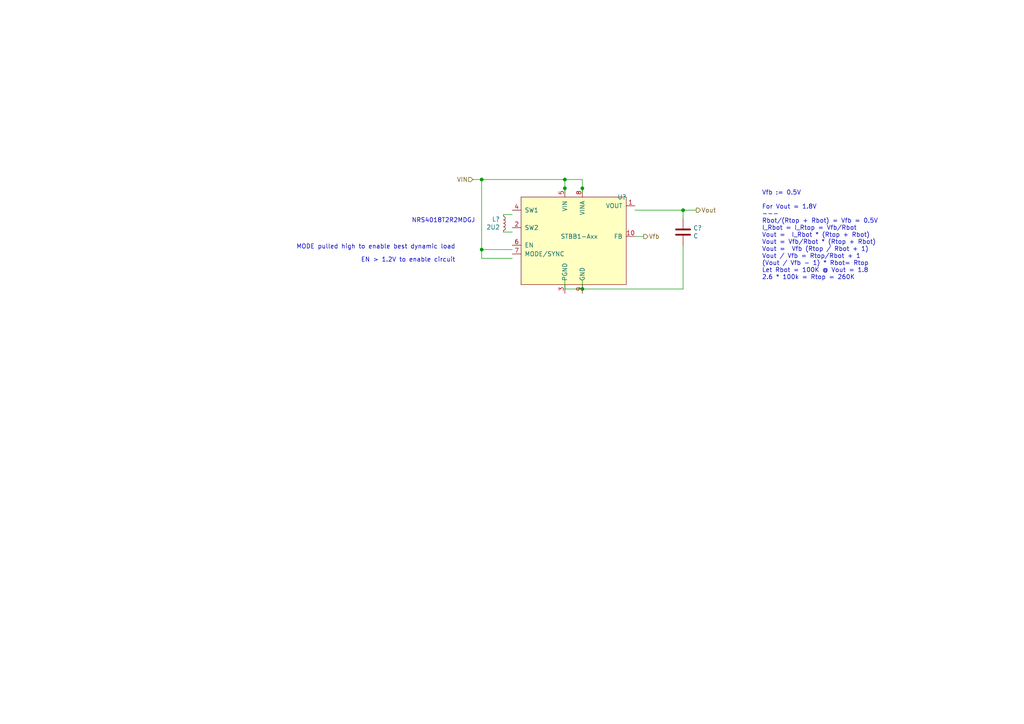
<source format=kicad_sch>
(kicad_sch (version 20211123) (generator eeschema)
  (paper "A4")
  (lib_symbols
    (symbol "Device:C" (pin_numbers hide) (pin_names (offset 0.254))
      (property "Reference" "C" (at 0.635 2.54 0))
      (property "Value" "C" (at 0.635 -2.54 0))
      (symbol "C_0_1"
        (polyline (pts (xy -2.032 -0.762) (xy 2.032 -0.762)) (stroke (width 0.508)))
        (polyline (pts (xy -2.032 0.762) (xy 2.032 0.762)) (stroke (width 0.508)))
      )
      (symbol "C_1_1"
        (pin passive line (at 0 3.81 270) (length 2.794) (name "~") (number "1"))
        (pin passive line (at 0 -3.81 90) (length 2.794) (name "~") (number "2"))
      )
    )
    (symbol "Device:L_Small" (pin_numbers hide) (pin_names (offset 0.254) hide)
      (property "Reference" "L" (at 0.762 1.016 0))
      (property "Value" "L_Small" (at 0.762 -1.016 0))
      (symbol "L_Small_0_1"
        (arc (start 0 -2.032) (mid 0.508 -1.524) (end 0 -1.016))
        (arc (start 0 -1.016) (mid 0.508 -0.508) (end 0 0))
        (arc (start 0 0) (mid 0.508 0.508) (end 0 1.016))
        (arc (start 0 1.016) (mid 0.508 1.524) (end 0 2.032))
      )
      (symbol "L_Small_1_1"
        (pin passive line (at 0 2.54 270) (length 0.508) (name "~") (number "1"))
        (pin passive line (at 0 -2.54 90) (length 0.508) (name "~") (number "2"))
      )
    )
    (symbol "william_dc_dc:STBB1-Axx" (pin_names (offset 1.016))
      (property "Reference" "U" (at 13.97 12.7 0))
      (property "Value" "STBB1-Axx" (at 0 1.27 0))
      (symbol "STBB1-Axx_0_1"
        (rectangle (start -15.24 11.43) (end 15.24 -13.97) (fill (type background)))
      )
      (symbol "STBB1-Axx_1_1"
        (pin power_out line (at 17.78 8.89 180) (length 2.54) (name "VOUT") (number "1"))
        (pin input line (at 17.78 0 180) (length 2.54) (name "FB") (number "10"))
        (pin passive line (at -2.54 -16.51 90) (length 2.54) hide (name "PGND") (number "11"))
        (pin input line (at -17.78 2.54 0) (length 2.54) (name "SW2") (number "2"))
        (pin power_in line (at -2.54 -16.51 90) (length 2.54) (name "PGND") (number "3"))
        (pin input line (at -17.78 7.62 0) (length 2.54) (name "SW1") (number "4"))
        (pin power_in line (at -2.54 13.97 270) (length 2.54) (name "VIN") (number "5"))
        (pin input line (at -17.78 -2.54 0) (length 2.54) (name "EN") (number "6"))
        (pin input line (at -17.78 -5.08 0) (length 2.54) (name "MODE/SYNC") (number "7"))
        (pin power_in line (at 2.54 13.97 270) (length 2.54) (name "VINA") (number "8"))
        (pin power_in line (at 2.54 -16.51 90) (length 2.54) (name "GND") (number "9"))
      )
    )
  )
  (junction (at 198.12 60.96))
  (junction (at 168.91 83.82))
  (junction (at 163.83 52.07))
  (junction (at 139.7 52.07))
  (junction (at 163.83 54.61))
  (junction (at 168.91 54.61))
  (junction (at 139.7 72.39))
  (wire (pts (xy 198.12 63.5) (xy 198.12 60.96)))
  (wire (pts (xy 148.59 72.39) (xy 139.7 72.39)))
  (wire (pts (xy 168.91 52.07) (xy 163.83 52.07)))
  (wire (pts (xy 163.83 83.82) (xy 163.83 81.28)))
  (wire (pts (xy 168.91 83.82) (xy 168.91 81.28)))
  (wire (pts (xy 139.7 74.93) (xy 139.7 72.39)))
  (wire (pts (xy 198.12 60.96) (xy 201.93 60.96)))
  (wire (pts (xy 139.7 52.07) (xy 163.83 52.07)))
  (wire (pts (xy 168.91 54.61) (xy 168.91 55.88)))
  (wire (pts (xy 137.16 52.07) (xy 139.7 52.07)))
  (wire (pts (xy 198.12 71.12) (xy 198.12 83.82)))
  (wire (pts (xy 168.91 83.82) (xy 198.12 83.82)))
  (wire (pts (xy 168.91 83.82) (xy 163.83 83.82)))
  (wire (pts (xy 148.59 74.93) (xy 139.7 74.93)))
  (wire (pts (xy 163.83 52.07) (xy 163.83 54.61)))
  (wire (pts (xy 146.05 67.31) (xy 148.59 67.31)))
  (wire (pts (xy 148.59 62.23) (xy 146.05 62.23)))
  (wire (pts (xy 168.91 52.07) (xy 168.91 54.61)))
  (wire (pts (xy 186.69 68.58) (xy 184.15 68.58)))
  (wire (pts (xy 139.7 72.39) (xy 139.7 52.07)))
  (wire (pts (xy 163.83 54.61) (xy 163.83 55.88)))
  (wire (pts (xy 184.15 60.96) (xy 198.12 60.96)))
  (text "NRS4018T2R2MDGJ" (at 119.38 64.77 0) (effects (font (size 1.27 1.27)) (justify left bottom)))
  (text "Vfb := 0.5V\n\nFor Vout = 1.8V\n---\nRbot/(Rtop + Rbot) = Vfb = 0.5V\nI_Rbot = I_Rtop = Vfb/Rbot\nVout =  I_Rbot * (Rtop + Rbot)\nVout = Vfb/Rbot * (Rtop + Rbot)\nVout =  Vfb (Rtop / Rbot + 1)\nVout / Vfb = Rtop/Rbot + 1\n(Vout / Vfb - 1) * Rbot= Rtop\nLet Rbot = 100K @ Vout = 1.8\n2.6 * 100k = Rtop = 260K\n" (at 220.98 81.28 0) (effects (font (size 1.27 1.27)) (justify left bottom)))
  (text "MODE pulled high to enable best dynamic load\n" (at 132.08 72.39 180) (effects (font (size 1.27 1.27)) (justify right bottom)))
  (text "EN > 1.2V to enable circuit\n" (at 132.08 76.2 180) (effects (font (size 1.27 1.27)) (justify right bottom)))
  (hierarchical_label "Vout" (shape output) (at 201.93 60.96 0))
  (hierarchical_label "Vfb" (shape output) (at 186.69 68.58 0))
  (hierarchical_label "VIN" (shape input) (at 137.16 52.07 180))
  (symbol (lib_id "william_dc_dc:STBB1-Axx") (at 166.37 68.58 0) (unit 1)
    (property "Reference" "U?" (at 179.07 57.15 0) (effects (justify left)))
    (property "Value" "STBB1-Axx" (at 162.56 68.58 0) (effects (justify left)))
    (property "Footprint" "Package_DFN_QFN:DFN-10-1EP_2x3mm_P0.5mm_EP0.64x2.4mm" (effects hide))
    (property "Datasheet" "http://www.st.com/content/ccc/resource/technical/document/datasheet/20/a6/10/e0/63/85/43/c1/DM00037824.pdf/files/DM00037824.pdf/jcr:content/translations/en.DM00037824.pdf" (effects hide))
  )
  (symbol (lib_id "Device:L_Small") (at 146.05 64.77 0) (mirror x) (unit 1)
    (property "Reference" "L?" (at 145.0086 63.6016 0) (effects (justify right)))
    (property "Value" "2U2" (at 145.0086 65.913 0) (effects (justify right)))
    (property "Footprint" "Inductor_SMD:L_Taiyo-Yuden_MD-4040" (effects hide))
  )
  (symbol (lib_id "Device:C") (at 198.12 67.31 0) (unit 1)
    (property "Reference" "C?" (at 201.041 66.1416 0) (effects (justify left)))
    (property "Value" "C" (at 201.041 68.453 0) (effects (justify left)))
  )
)
</source>
